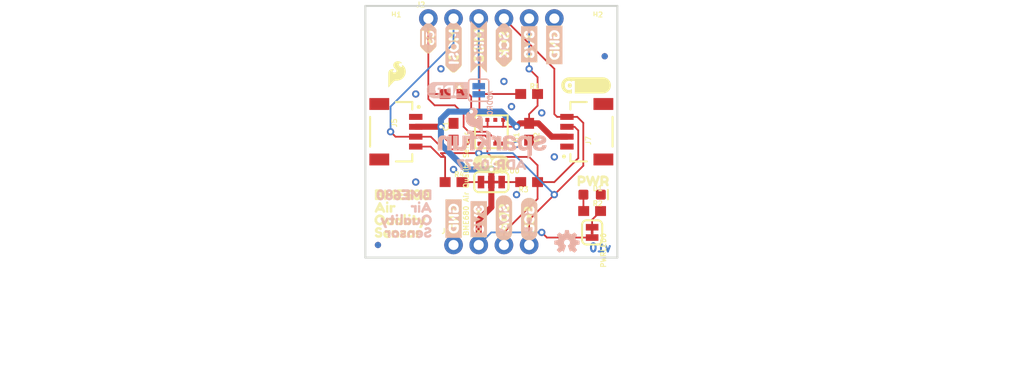
<source format=kicad_pcb>
(kicad_pcb (version 20211014) (generator pcbnew)
  (layers (0 "F.Cu" signal) (31 "B.Cu" signal) (34 "B.Paste" user) (35 "F.Paste" user) (36 "B.SilkS" user "B.Silkscreen") (37 "F.SilkS" user "F.Silkscreen") (38 "B.Mask" user) (39 "F.Mask" user) (44 "Edge.Cuts" user))
  (net 0 "")
  (net 1 "3.3V")
  (net 2 "GND")
  (net 3 "~{CS}")
  (net 4 "SDI/SDA")
  (net 5 "SCK/SCL")
  (net 6 "N$4")
  (net 7 "N$5")
  (net 8 "SDO/ADR")
  (net 9 "N$3")
  (net 10 "N$1")
  (footprint "boardEagle:SCL_IO" (layer "F.Cu") (at 152.3111 116.0526 90)
    (fp_text reference "U$20" hide)
    (fp_text value "" hide)
  )
  (footprint "boardEagle:STAND-OFF-TIGHT" (layer "F.Cu") (at 158.6611 94.8436)
    (fp_text reference "H2" (at 0 -1.651) (layer "F.SilkS") (effects (font (size 0.512064 0.512064) (thickness 0.097536)) (justify left)))
    (fp_text value "STAND-OFFTIGHT")
    (pad "" np_thru_hole circle (at 0 0) (size 3.048 3.048) (drill 3.048) (layers *.Cu *.Mask))
  )
  (footprint "boardEagle:0603@1" (layer "F.Cu") (at 152.3111 101.1936)
    (fp_text reference "R1" (at 0 -0.762) (layer "F.SilkS") (effects (font (size 0.512064 0.512064) (thickness 0.097536)) (justify left)))
    (fp_text value "4.7k")
    (pad "1" smd rect (at -0.85 0) (size 1.1 1) (layers "F.Cu" "F.Paste" "F.Mask") (net 8 "SDO/ADR"))
    (pad "2" smd rect (at 0.85 0) (size 1.1 1) (layers "F.Cu" "F.Paste" "F.Mask") (net 1 "3.3V"))
  )
  (footprint "boardEagle:SENSOR3" (layer "F.Cu") (at 135.8011 115.1636)
    (fp_text reference "U$25" hide)
    (fp_text value "" hide)
  )
  (footprint "boardEagle:LGA3.0X3.0" (layer "F.Cu") (at 148.5011 105.0036 -90)
    (fp_text reference "U1" (at 0 -2.54 90) (layer "F.SilkS") (effects (font (size 0.512064 0.512064) (thickness 0.097536)) (justify right)))
    (fp_text value "BME680 Air Quality Sensor" (at 0 2.54 90) (layer "F.SilkS") (effects (font (size 0.512064 0.512064) (thickness 0.097536)) (justify right)))
    (pad "1" smd rect (at 1.2 -1.2 270) (size 0.4 0.4) (layers "F.Cu" "F.Paste" "F.Mask") (net 2 "GND"))
    (pad "2" smd rect (at 1.2 -0.4 270) (size 0.4 0.4) (layers "F.Cu" "F.Paste" "F.Mask") (net 3 "~{CS}"))
    (pad "3" smd rect (at 1.2 0.4 270) (size 0.4 0.4) (layers "F.Cu" "F.Paste" "F.Mask") (net 4 "SDI/SDA"))
    (pad "4" smd rect (at 1.2 1.2 270) (size 0.4 0.4) (layers "F.Cu" "F.Paste" "F.Mask") (net 5 "SCK/SCL"))
    (pad "5" smd rect (at -1.2 1.2 270) (size 0.4 0.4) (layers "F.Cu" "F.Paste" "F.Mask") (net 8 "SDO/ADR"))
    (pad "6" smd rect (at -1.2 0.4 270) (size 0.4 0.4) (layers "F.Cu" "F.Paste" "F.Mask") (net 1 "3.3V"))
    (pad "7" smd rect (at -1.2 -0.4 270) (size 0.4 0.4) (layers "F.Cu" "F.Paste" "F.Mask") (net 2 "GND"))
    (pad "8" smd rect (at -1.2 -1.2 270) (size 0.4 0.4) (layers "F.Cu" "F.Paste" "F.Mask") (net 1 "3.3V"))
  )
  (footprint "boardEagle:MISO_O" (layer "F.Cu") (at 147.2311 99.1616 90)
    (fp_text reference "U$1" hide)
    (fp_text value "" hide)
  )
  (footprint "boardEagle:AIR1" (layer "F.Cu") (at 135.8011 112.6236)
    (fp_text reference "U$23" hide)
    (fp_text value "" hide)
  )
  (footprint "boardEagle:PWR_TO" (layer "F.Cu") (at 156.2481 109.9566)
    (fp_text reference "U$34" hide)
    (fp_text value "" hide)
  )
  (footprint "boardEagle:SDA_IO" (layer "F.Cu") (at 149.7711 116.0526 90)
    (fp_text reference "U$18" hide)
    (fp_text value "" hide)
  )
  (footprint "boardEagle:FIDUCIAL-MICRO" (layer "F.Cu") (at 159.9311 97.3836)
    (fp_text reference "FD1" hide)
    (fp_text value "FIDUCIALUFIDUCIAL" hide)
    (pad "1" smd roundrect (at 0 0) (size 0.635 0.635) (layers "F.Cu" "F.Mask") (roundrect_rratio 0.5))
  )
  (footprint "boardEagle:FIDUCIAL-MICRO" (layer "F.Cu") (at 137.0711 116.4336)
    (fp_text reference "FD4" hide)
    (fp_text value "FIDUCIALUFIDUCIAL" hide)
    (pad "1" smd roundrect (at 0 0) (size 0.635 0.635) (layers "F.Cu" "F.Mask") (roundrect_rratio 0.5))
  )
  (footprint "boardEagle:0603" (layer "F.Cu") (at 158.6611 113.0046)
    (fp_text reference "R2" (at 0 -0.762) (layer "F.SilkS") (effects (font (size 0.512064 0.512064) (thickness 0.097536)) (justify left)))
    (fp_text value "1k")
    (pad "1" smd rect (at -0.85 0) (size 1.1 1) (layers "F.Cu" "F.Paste" "F.Mask") (net 9 "N$3"))
    (pad "2" smd rect (at 0.85 0) (size 1.1 1) (layers "F.Cu" "F.Paste" "F.Mask") (net 10 "N$1"))
  )
  (footprint "boardEagle:!CS_I" (layer "F.Cu") (at 142.1511 97.3836 90)
    (fp_text reference "U$3" hide)
    (fp_text value "" hide)
  )
  (footprint "boardEagle:3V3_P" (layer "F.Cu") (at 147.2311 116.1796 90)
    (fp_text reference "U$16" hide)
    (fp_text value "" hide)
  )
  (footprint "boardEagle:SMT-JUMPER_2_NC_TRACE_SILK" (layer "F.Cu") (at 158.6611 115.1636 -90)
    (fp_text reference "PWRLED0" (at 0 -1.143 90) (layer "F.SilkS") (effects (font (size 0.512064 0.512064) (thickness 0.097536)) (justify right)))
    (fp_text value "JUMPER-SMT_2_NC_TRACE_SILK")
    (fp_poly (pts (xy 0.1905 0.13335) (xy -0.70485 0.13335) (xy -0.70485 -0.13335) (xy 0.1905 -0.13335)) (layer "F.Cu") (width 0) (fill solid))
    (pad "1" smd rect (at -0.5207 0 270) (size 0.6604 1.27) (layers "F.Cu" "F.Mask") (net 10 "N$1"))
    (pad "2" smd rect (at 0.5207 0 270) (size 0.6604 1.27) (layers "F.Cu" "F.Mask") (net 1 "3.3V"))
  )
  (footprint "boardEagle:0603@1" (layer "F.Cu") (at 144.6911 101.1936)
    (fp_text reference "R5" (at 0 -0.762) (layer "F.SilkS") (effects (font (size 0.512064 0.512064) (thickness 0.097536)) (justify left)))
    (fp_text value "4.7k")
    (pad "1" smd rect (at -0.85 0) (size 1.1 1) (layers "F.Cu" "F.Paste" "F.Mask") (net 3 "~{CS}"))
    (pad "2" smd rect (at 0.85 0) (size 1.1 1) (layers "F.Cu" "F.Paste" "F.Mask") (net 1 "3.3V"))
  )
  (footprint "boardEagle:SFE_LOGO_FLAME_.1" (layer "F.Cu") (at 138.9761 99.1616)
    (fp_text reference "LOGO4" hide)
    (fp_text value "SFE_LOGO_FLAME.1_INCH" hide)
  )
  (footprint "boardEagle:CREATIVE_COMMONS" (layer "F.Cu") (at 119.2911 127.8636)
    (fp_text reference "FRAME1" hide)
    (fp_text value "FRAME-LETTER" hide)
  )
  (footprint "boardEagle:3V3_P" (layer "F.Cu") (at 152.3111 98.5266 90)
    (fp_text reference "U$9" hide)
    (fp_text value "" hide)
  )
  (footprint "boardEagle:GND_P" (layer "F.Cu") (at 154.8511 98.6536 90)
    (fp_text reference "U$11" hide)
    (fp_text value "" hide)
  )
  (footprint "boardEagle:0603@1" (layer "F.Cu") (at 152.3111 110.0836 180)
    (fp_text reference "R3" (at 0 -0.762) (layer "F.SilkS") (effects (font (size 0.512064 0.512064) (thickness 0.097536)) (justify right)))
    (fp_text value "4.7k")
    (pad "1" smd rect (at -0.85 0 180) (size 1.1 1) (layers "F.Cu" "F.Paste" "F.Mask") (net 4 "SDI/SDA"))
    (pad "2" smd rect (at 0.85 0 180) (size 1.1 1) (layers "F.Cu" "F.Paste" "F.Mask") (net 6 "N$4"))
  )
  (footprint "boardEagle:QUALITY2" (layer "F.Cu") (at 135.8011 113.8936)
    (fp_text reference "U$24" hide)
    (fp_text value "" hide)
  )
  (footprint "boardEagle:STAND-OFF-TIGHT" (layer "F.Cu") (at 138.3411 94.8436)
    (fp_text reference "H1" (at 0 -1.651) (layer "F.SilkS") (effects (font (size 0.512064 0.512064) (thickness 0.097536)) (justify left)))
    (fp_text value "STAND-OFFTIGHT")
    (pad "" np_thru_hole circle (at 0 0) (size 3.048 3.048) (drill 3.048) (layers *.Cu *.Mask))
  )
  (footprint "boardEagle:0603" (layer "F.Cu") (at 152.3111 105.0036 -90)
    (fp_text reference "C2" (at 0 -0.762 90) (layer "F.SilkS") (effects (font (size 0.512064 0.512064) (thickness 0.097536)) (justify right)))
    (fp_text value "0.1uF")
    (pad "1" smd rect (at -0.85 0 270) (size 1.1 1) (layers "F.Cu" "F.Paste" "F.Mask") (net 1 "3.3V"))
    (pad "2" smd rect (at 0.85 0 270) (size 1.1 1) (layers "F.Cu" "F.Paste" "F.Mask") (net 2 "GND"))
  )
  (footprint "boardEagle:0603" (layer "F.Cu") (at 144.6911 105.0036 90)
    (fp_text reference "C1" (at 0 -0.762 90) (layer "F.SilkS") (effects (font (size 0.512064 0.512064) (thickness 0.097536)) (justify left)))
    (fp_text value "0.1uF")
    (pad "1" smd rect (at -0.85 0 90) (size 1.1 1) (layers "F.Cu" "F.Paste" "F.Mask") (net 1 "3.3V"))
    (pad "2" smd rect (at 0.85 0 90) (size 1.1 1) (layers "F.Cu" "F.Paste" "F.Mask") (net 2 "GND"))
  )
  (footprint "boardEagle:1X06_NO_SILK" (layer "F.Cu") (at 142.1511 93.5736)
    (fp_text reference "J2" (at -1.27 -1.397) (layer "F.SilkS") (effects (font (size 0.512064 0.512064) (thickness 0.097536)) (justify left)))
    (fp_text value "SPI")
    (pad "1" thru_hole circle (at 0 0 90) (size 1.8796 1.8796) (drill 1.016) (layers *.Cu *.Mask) (net 3 "~{CS}"))
    (pad "2" thru_hole circle (at 2.54 0 90) (size 1.8796 1.8796) (drill 1.016) (layers *.Cu *.Mask) (net 4 "SDI/SDA"))
    (pad "3" thru_hole circle (at 5.08 0 90) (size 1.8796 1.8796) (drill 1.016) (layers *.Cu *.Mask) (net 8 "SDO/ADR"))
    (pad "4" thru_hole circle (at 7.62 0 90) (size 1.8796 1.8796) (drill 1.016) (layers *.Cu *.Mask) (net 5 "SCK/SCL"))
    (pad "5" thru_hole circle (at 10.16 0 90) (size 1.8796 1.8796) (drill 1.016) (layers *.Cu *.Mask) (net 1 "3.3V"))
    (pad "6" thru_hole circle (at 12.7 0 90) (size 1.8796 1.8796) (drill 1.016) (layers *.Cu *.Mask) (net 2 "GND"))
  )
  (footprint "boardEagle:MOSI_I" (layer "F.Cu") (at 144.6911 99.1616 90)
    (fp_text reference "U$5" hide)
    (fp_text value "" hide)
  )
  (footprint "boardEagle:QWIIC_5MM" (layer "F.Cu") (at 158.0261 100.3046)
    (fp_text reference "U$32" hide)
    (fp_text value "" hide)
  )
  (footprint "boardEagle:REVISION" (layer "F.Cu") (at 130.7211 130.4036)
    (fp_text reference "LOGO3" hide)
    (fp_text value "REVISION" hide)
  )
  (footprint "boardEagle:JST04_1MM_RA" (layer "F.Cu") (at 140.8811 105.0036 -90)
    (fp_text reference "J5" (at -1.397 2.159 90) (layer "F.SilkS") (effects (font (size 0.512064 0.512064) (thickness 0.097536)) (justify right)))
    (fp_text value "QWIIC")
    (pad "1" smd rect (at -1.5 0 270) (size 0.6 1.35) (layers "F.Cu" "F.Paste" "F.Mask") (net 2 "GND"))
    (pad "2" smd rect (at -0.5 0 270) (size 0.6 1.35) (layers "F.Cu" "F.Paste" "F.Mask") (net 1 "3.3V"))
    (pad "3" smd rect (at 0.5 0 270) (size 0.6 1.35) (layers "F.Cu" "F.Paste" "F.Mask") (net 4 "SDI/SDA"))
    (pad "4" smd rect (at 1.5 0 270) (size 0.6 1.35) (layers "F.Cu" "F.Paste" "F.Mask") (net 5 "SCK/SCL"))
    (pad "NC1" smd rect (at 2.8 3.675 270) (size 1.2 2) (layers "F.Cu" "F.Paste" "F.Mask"))
    (pad "NC2" smd rect (at -2.8 3.675 270) (size 1.2 2) (layers "F.Cu" "F.Paste" "F.Mask"))
  )
  (footprint "boardEagle:SCK_I" (layer "F.Cu") (at 149.7711 98.5266 90)
    (fp_text reference "U$7" hide)
    (fp_text value "" hide)
  )
  (footprint "boardEagle:SMT-JUMPER_3_2-NC_TRACE_SILK" (layer "F.Cu") (at 148.5011 110.0836)
    (fp_text reference "I2CPU0" (at 0 -1.143) (layer "F.SilkS") (effects (font (size 0.512064 0.512064) (thickness 0.097536)) (justify left)))
    (fp_text value "I2C PU")
    (fp_poly (pts (xy 0.7112 0.13335) (xy -0.7112 0.13335) (xy -0.7112 -0.13335) (xy 0.7112 -0.13335)) (layer "F.Cu") (width 0) (fill solid))
    (pad "1" smd rect (at -1.0414 0) (size 0.6604 1.27) (layers "F.Cu" "F.Mask") (net 7 "N$5"))
    (pad "2" smd rect (at 0 0) (size 0.6604 1.27) (layers "F.Cu" "F.Mask") (net 1 "3.3V"))
    (pad "3" smd rect (at 1.0414 0) (size 0.6604 1.27) (layers "F.Cu" "F.Mask") (net 6 "N$4"))
  )
  (footprint "boardEagle:JST04_1MM_RA" (layer "F.Cu") (at 156.1211 105.0036 90)
    (fp_text reference "J7" (at -1.397 2.159 90) (layer "F.SilkS") (effects (font (size 0.512064 0.512064) (thickness 0.097536)) (justify left)))
    (fp_text value "QWIIC")
    (pad "1" smd rect (at -1.5 0 90) (size 0.6 1.35) (layers "F.Cu" "F.Paste" "F.Mask") (net 2 "GND"))
    (pad "2" smd rect (at -0.5 0 90) (size 0.6 1.35) (layers "F.Cu" "F.Paste" "F.Mask") (net 1 "3.3V"))
    (pad "3" smd rect (at 0.5 0 90) (size 0.6 1.35) (layers "F.Cu" "F.Paste" "F.Mask") (net 4 "SDI/SDA"))
    (pad "4" smd rect (at 1.5 0 90) (size 0.6 1.35) (layers "F.Cu" "F.Paste" "F.Mask") (net 5 "SCK/SCL"))
    (pad "NC1" smd rect (at 2.8 3.675 90) (size 1.2 2) (layers "F.Cu" "F.Paste" "F.Mask"))
    (pad "NC2" smd rect (at -2.8 3.675 90) (size 1.2 2) (layers "F.Cu" "F.Paste" "F.Mask"))
  )
  (footprint "boardEagle:0603@1" (layer "F.Cu") (at 144.6911 110.0836)
    (fp_text reference "R4" (at 0 -0.762) (layer "F.SilkS") (effects (font (size 0.512064 0.512064) (thickness 0.097536)) (justify left)))
    (fp_text value "4.7k")
    (pad "1" smd rect (at -0.85 0) (size 1.1 1) (layers "F.Cu" "F.Paste" "F.Mask") (net 5 "SCK/SCL"))
    (pad "2" smd rect (at 0.85 0) (size 1.1 1) (layers "F.Cu" "F.Paste" "F.Mask") (net 7 "N$5"))
  )
  (footprint "boardEagle:BME6800" (layer "F.Cu") (at 135.8011 111.3536)
    (fp_text reference "U$22" hide)
    (fp_text value "" hide)
  )
  (footprint "boardEagle:1X04_NO_SILK" (layer "F.Cu") (at 144.6911 116.4336)
    (fp_text reference "J1" (at -1.27 -1.397) (layer "F.SilkS") (effects (font (size 0.512064 0.512064) (thickness 0.097536)) (justify left)))
    (fp_text value "I2C")
    (pad "1" thru_hole circle (at 0 0 90) (size 1.8796 1.8796) (drill 1.016) (layers *.Cu *.Mask) (net 2 "GND"))
    (pad "2" thru_hole circle (at 2.54 0 90) (size 1.8796 1.8796) (drill 1.016) (layers *.Cu *.Mask) (net 1 "3.3V"))
    (pad "3" thru_hole circle (at 5.08 0 90) (size 1.8796 1.8796) (drill 1.016) (layers *.Cu *.Mask) (net 4 "SDI/SDA"))
    (pad "4" thru_hole circle (at 7.62 0 90) (size 1.8796 1.8796) (drill 1.016) (layers *.Cu *.Mask) (net 5 "SCK/SCL"))
  )
  (footprint "boardEagle:I2C" (layer "F.Cu") (at 146.5961 108.1786)
    (fp_text reference "U$15" hide)
    (fp_text value "" hide)
  )
  (footprint "boardEagle:LED-0603" (layer "F.Cu") (at 158.6611 111.3536)
    (fp_text reference "D1" (at 0 -0.635) (layer "F.SilkS") (effects (font (size 0.512064 0.512064) (thickness 0.097536)) (justify left)))
    (fp_text value "RED")
    (pad "A" smd roundrect (at -0.877 0 270) (size 1 1) (layers "F.Cu" "F.Paste" "F.Mask") (roundrect_rratio 0.15) (net 9 "N$3"))
    (pad "C" smd roundrect (at 0.877 0 270) (size 1 1) (layers "F.Cu" "F.Paste" "F.Mask") (roundrect_rratio 0.15) (net 2 "GND"))
  )
  (footprint "boardEagle:GND_P" (layer "F.Cu") (at 144.6911 116.1796 90)
    (fp_text reference "U$14" hide)
    (fp_text value "" hide)
  )
  (footprint "boardEagle:!CS_I" (layer "B.Cu") (at 142.1511 93.7006 -90)
    (fp_text reference "U$4" hide)
    (fp_text value "" hide)
  )
  (footprint "boardEagle:GND_P" (layer "B.Cu") (at 154.8511 93.8276 -90)
    (fp_text reference "U$12" hide)
    (fp_text value "" hide)
  )
  (footprint "boardEagle:ADR#_0X770" (layer "B.Cu") (at 152.9461 108.3056 180)
    (fp_text reference "U$33" hide)
    (fp_text value "" hide)
  )
  (footprint "boardEagle:MOSI_I" (layer "B.Cu") (at 144.6911 93.7006 -90)
    (fp_text reference "U$6" hide)
    (fp_text value "" hide)
  )
  (footprint "boardEagle:QUALITY2" (layer "B.Cu") (at 143.4211 113.8936 180)
    (fp_text reference "U$28" hide)
    (fp_text value "" hide)
  )
  (footprint "boardEagle:MISO_O" (layer "B.Cu") (at 147.2311 93.7006 -90)
    (fp_text reference "U$2" hide)
    (fp_text value "" hide)
  )
  (footprint "boardEagle:AIR1" (layer "B.Cu") (at 143.4211 112.6236 180)
    (fp_text reference "U$27" hide)
    (fp_text value "" hide)
  )
  (footprint "boardEagle:SCL_IO" (layer "B.Cu") (at 152.3111 111.6076 -90)
    (fp_text reference "U$21" hide)
    (fp_text value "" hide)
  )
  (footprint "boardEagle:SMT-JUMPER_2_NO_SILK" (layer "B.Cu") (at 147.2311 100.8126 90)
    (fp_text reference "ADDR0" (at 0 1.143 90) (layer "B.SilkS") (effects (font (size 0.512064 0.512064) (thickness 0.097536)) (justify left mirror)))
    (fp_text value "JUMPER-SMT_2_NO_SILK")
    (pad "1" smd rect (at -0.4064 0 90) (size 0.635 1.27) (layers "B.Cu" "B.Mask") (net 2 "GND"))
    (pad "2" smd rect (at 0.4064 0 90) (size 0.635 1.27) (layers "B.Cu" "B.Mask") (net 8 "SDO/ADR"))
  )
  (footprint "boardEagle:FIDUCIAL-MICRO" (layer "B.Cu") (at 159.9311 97.3836 180)
    (fp_text reference "FD2" hide)
    (fp_text value "FIDUCIALUFIDUCIAL" hide)
    (pad "1" smd roundrect (at 0 0 180) (size 0.635 0.635) (layers "B.Cu" "B.Mask") (roundrect_rratio 0.5))
  )
  (footprint "boardEagle:BME6800" (layer "B.Cu") (at 143.4211 111.3536 180)
    (fp_text reference "U$26" hide)
    (fp_text value "" hide)
  )
  (footprint "boardEagle:ADR4" (layer "B.Cu") (at 146.7231 100.8126 180)
    (fp_text reference "U$30" hide)
    (fp_text value "" hide)
  )
  (footprint "boardEagle:SDA_IO" (layer "B.Cu") (at 149.7711 111.3536 -90)
    (fp_text reference "U$19" hide)
    (fp_text value "" hide)
  )
  (footprint "boardEagle:3V3_P" (layer "B.Cu") (at 147.2311 111.4806 -90)
    (fp_text reference "U$17" hide)
    (fp_text value "" hide)
  )
  (footprint "boardEagle:SENSOR3" (layer "B.Cu") (at 143.4211 115.1636 180)
    (fp_text reference "U$29" hide)
    (fp_text value "" hide)
  )
  (footprint "boardEagle:3V3_P" (layer "B.Cu") (at 152.3111 93.8276 -90)
    (fp_text reference "U$10" hide)
    (fp_text value "" hide)
  )
  (footprint "boardEagle:FIDUCIAL-MICRO" (layer "B.Cu") (at 137.0711 116.4336 180)
    (fp_text reference "FD3" hide)
    (fp_text value "FIDUCIALUFIDUCIAL" hide)
    (pad "1" smd roundrect (at 0 0 180) (size 0.635 0.635) (layers "B.Cu" "B.Mask") (roundrect_rratio 0.5))
  )
  (footprint "boardEagle:OSHW-LOGO-MINI" (layer "B.Cu") (at 156.1211 116.1796 180)
    (fp_text reference "LOGO1" hide)
    (fp_text value "OSHW-LOGOMINI" hide)
  )
  (footprint "boardEagle:GND_P" (layer "B.Cu") (at 144.6911 111.3536 -90)
    (fp_text reference "U$13" hide)
    (fp_text value "" hide)
  )
  (footprint "boardEagle:SCK_I" (layer "B.Cu") (at 149.7711 93.9546 -90)
    (fp_text reference "U$8" hide)
    (fp_text value "" hide)
  )
  (footprint "boardEagle:SFE_LOGO_NAME_FLAME_.1" (layer "B.Cu") (at 148.5011 106.2736 180)
    (fp_text reference "LOGO2" hide)
    (fp_text value "SFE_LOGO_NAME_FLAME.1_INCH" hide)
  )
  (gr_line (start 161.2011 117.7036) (end 161.2011 92.3036) (layer "Edge.Cuts") (width 0.2032))
  (gr_line (start 161.2011 92.3036) (end 135.8011 92.3036) (layer "Edge.Cuts") (width 0.2032))
  (gr_line (start 135.8011 92.3036) (end 135.8011 117.7036) (layer "Edge.Cuts") (width 0.2032))
  (gr_line (start 135.8011 117.7036) (end 161.2011 117.7036) (layer "Edge.Cuts") (width 0.2032))
  (gr_text "v10" (at 160.6931 117.1956) (layer "B.Cu") (effects (font (size 0.8128 0.8128) (thickness 0.2032)) (justify left bottom mirror)))
  (segment (start 148.1201 103.8226) (end 148.1201 104.4956) (width 0.1778) (layer "F.Cu") (net 1))
  (segment (start 146.4691 101.4476) (end 146.4691 102.9716) (width 0.1778) (layer "F.Cu") (net 1))
  (segment (start 153.1611 101.1936) (end 153.1611 99.5036) (width 0.1778) (layer "F.Cu") (net 1))
  (segment (start 148.5011 110.0836) (end 148.5011 108.8136) (width 0.6096) (layer "F.Cu") (net 1))
  (segment (start 140.8891 104.4956) (end 140.8811 104.5036) (width 0.1778) (layer "F.Cu") (net 1))
  (segment (start 145.5411 101.1936) (end 146.2151 101.1936) (width 0.1778) (layer "F.Cu") (net 1))
  (segment (start 152.3111 104.1536) (end 153.2391 104.1536) (width 0.6096) (layer "F.Cu") (net 1))
  (segment (start 143.4211 105.2576) (end 144.0171 105.8536) (width 0.1778) (layer "F.Cu") (net 1))
  (segment (start 148.1011 103.8036) (end 148.1201 103.8226) (width 0.1778) (layer "F.Cu") (net 1))
  (segment (start 156.1211 105.5036) (end 154.5891 105.5036) (width 0.6096) (layer "F.Cu") (net 1))
  (segment (start 154.5891 105.5036) (end 153.2391 104.1536) (width 0.6096) (layer "F.Cu") (net 1))
  (segment (start 147.2311 113.8936) (end 147.2311 116.4336) (width 0.6096) (layer "F.Cu") (net 1))
  (segment (start 153.1611 99.5036) (end 152.3111 98.6536) (width 0.1778) (layer "F.Cu") (net 1))
  (segment (start 143.4211 104.4956) (end 140.8891 104.4956) (width 0.6096) (layer "F.Cu") (net 1))
  (segment (start 151.3831 104.1536) (end 152.3111 104.1536) (width 0.6096) (layer "F.Cu") (net 1))
  (segment (start 158.6611 115.6843) (end 154.1018 115.6843) (width 0.1778) (layer "F.Cu") (net 1))
  (segment (start 148.5011 110.0836) (end 148.5011 112.6236) (width 0.6096) (layer "F.Cu") (net 1))
  (segment (start 148.5011 112.6236) (end 147.2311 113.8936) (width 0.6096) (layer "F.Cu") (net 1))
  (segment (start 151.3831 104.1536) (end 151.0411 104.4956) (width 0.6096) (layer "F.Cu") (net 1))
  (segment (start 152.3111 103.2256) (end 153.1611 102.3756) (width 0.1778) (layer "F.Cu") (net 1))
  (segment (start 148.1201 104.4956) (end 149.6441 104.4956) (width 0.1778) (layer "F.Cu") (net 1))
  (segment (start 149.7011 104.4386) (end 149.6441 104.4956) (width 0.1778) (layer "F.Cu") (net 1))
  (segment (start 151.0411 104.4956) (end 149.6441 104.4956) (width 0.1778) (layer "F.Cu") (net 1))
  (segment (start 146.4691 104.1146) (end 146.4691 102.9716) (width 0.1778) (layer "F.Cu") (net 1))
  (segment (start 146.4691 101.4476) (end 146.2151 101.1936) (width 0.1778) (layer "F.Cu") (net 1))
  (segment (start 143.4211 105.2576) (end 143.4211 104.4956) (width 0.1778) (layer "F.Cu") (net 1))
  (segment (start 146.8501 104.4956) (end 148.1201 104.4956) (width 0.1778) (layer "F.Cu") (net 1))
  (segment (start 149.7011 103.8036) (end 149.7011 104.4386) (width 0.1778) (layer "F.Cu") (net 1))
  (segment (start 144.0171 105.8536) (end 144.6911 105.8536) (width 0.1778) (layer "F.Cu") (net 1))
  (segment (start 152.3111 104.1536) (end 152.3111 103.2256) (width 0.1778) (layer "F.Cu") (net 1))
  (segment (start 154.1018 115.6843) (end 153.5811 115.1636) (width 0.1778) (layer "F.Cu") (net 1))
  (segment (start 153.1611 101.1936) (end 153.1611 102.3756) (width 0.1778) (layer "F.Cu") (net 1))
  (segment (start 146.8501 104.4956) (end 146.4691 104.1146) (width 0.1778) (layer "F.Cu") (net 1))
  (via (at 146.4691 102.9716) (size 0.7366) (drill 0.381) (layers "F.Cu" "B.Cu") (net 1))
  (via (at 148.5011 108.8136) (size 0.7366) (drill 0.381) (layers "F.Cu" "B.Cu") (net 1))
  (via (at 151.0411 104.4956) (size 0.7366) (drill 0.381) (layers "F.Cu" "B.Cu") (net 1))
  (via (at 153.5811 115.1636) (size 0.7366) (drill 0.381) (layers "F.Cu" "B.Cu") (net 1))
  (via (at 152.3111 98.6536) (size 0.7366) (drill 0.381) (layers "F.Cu" "B.Cu") (net 1))
  (via (at 143.4211 104.4956) (size 0.7366) (drill 0.381) (layers "F.Cu" "B.Cu") (net 1))
  (segment (start 152.3111 93.5736) (end 152.3111 98.6536) (width 0.1778) (layer "B.Cu") (net 1))
  (segment (start 143.4211 106.2736) (end 145.9611 108.8136) (width 0.6096) (layer "B.Cu") (net 1))
  (segment (start 151.032068 104.4956) (end 149.508068 102.9716) (width 0.6096) (layer "B.Cu") (net 1))
  (segment (start 151.032068 104.4956) (end 151.0411 104.4956) (width 0.1778) (layer "B.Cu") (net 1))
  (segment (start 144.1831 102.9716) (end 143.4211 103.7336) (width 0.6096) (layer "B.Cu") (net 1))
  (segment (start 153.5811 115.1636) (end 148.5011 115.1636) (width 0.1778) (layer "B.Cu") (net 1))
  (segment (start 148.5011 108.8136) (end 145.9611 108.8136) (width 0.6096) (layer "B.Cu") (net 1))
  (segment (start 143.4211 104.4956) (end 143.4211 106.2736) (width 0.6096) (layer "B.Cu") (net 1))
  (segment (start 143.4211 103.7336) (end 143.4211 104.4956) (width 0.6096) (layer "B.Cu") (net 1))
  (segment (start 146.4691 102.9716) (end 144.1831 102.9716) (width 0.6096) (layer "B.Cu") (net 1))
  (segment (start 146.4691 102.9716) (end 149.508068 102.9716) (width 0.6096) (layer "B.Cu") (net 1))
  (segment (start 148.5011 115.1636) (end 147.2311 116.4336) (width 0.1778) (layer "B.Cu") (net 1))
  (via (at 143.4211 98.6536) (size 0.7366) (drill 0.381) (layers "F.Cu" "B.Cu") (net 2))
  (via (at 144.6911 108.8136) (size 0.7366) (drill 0.381) (layers "F.Cu" "B.Cu") (net 2))
  (via (at 151.0411 111.3536) (size 0.7366) (drill 0.381) (layers "F.Cu" "B.Cu") (net 2))
  (via (at 140.8811 110.0836) (size 0.7366) (drill 0.381) (layers "F.Cu" "B.Cu") (net 2))
  (via (at 154.8511 107.5436) (size 0.7366) (drill 0.381) (layers "F.Cu" "B.Cu") (net 2))
  (via (at 150.5331 102.4636) (size 0.7366) (drill 0.381) (layers "F.Cu" "B.Cu") (net 2))
  (via (at 140.8811 101.1936) (size 0.7366) (drill 0.381) (layers "F.Cu" "B.Cu") (net 2))
  (via (at 151.0411 106.2736) (size 0.7366) (drill 0.381) (layers "F.Cu" "B.Cu") (net 2))
  (via (at 153.5811 103.0986) (size 0.7366) (drill 0.381) (layers "F.Cu" "B.Cu") (net 2))
  (via (at 149.7711 99.9236) (size 0.7366) (drill 0.381) (layers "F.Cu" "B.Cu") (net 2))
  (segment (start 148.9011 106.2036) (end 148.9011 105.7846) (width 0.1778) (layer "F.Cu") (net 3))
  (segment (start 146.2151 105.0036) (end 145.7071 104.4956) (width 0.1778) (layer "F.Cu") (net 3))
  (segment (start 142.1511 101.1936) (end 142.1511 93.5736) (width 0.1778) (layer "F.Cu") (net 3))
  (segment (start 148.1201 105.0036) (end 146.2151 105.0036) (width 0.1778) (layer "F.Cu") (net 3))
  (segment (start 144.8181 102.3366) (end 142.7861 102.3366) (width 0.1778) (layer "F.Cu") (net 3))
  (segment (start 145.7071 103.2256) (end 144.8181 102.3366) (width 0.1778) (layer "F.Cu") (net 3))
  (segment (start 145.7071 104.4956) (end 145.7071 103.2256) (width 0.1778) (layer "F.Cu") (net 3))
  (segment (start 148.9011 105.7846) (end 148.1201 105.0036) (width 0.1778) (layer "F.Cu") (net 3))
  (segment (start 143.8411 101.1936) (end 142.1511 101.1936) (width 0.1778) (layer "F.Cu") (net 3))
  (segment (start 142.7861 102.3366) (end 142.1511 101.7016) (width 0.1778) (layer "F.Cu") (net 3))
  (segment (start 142.1511 101.7016) (end 142.1511 101.1936) (width 0.1778) (layer "F.Cu") (net 3))
  (segment (start 149.7711 115.1636) (end 149.7711 116.4336) (width 0.1778) (layer "F.Cu") (net 4))
  (segment (start 145.5801 106.7816) (end 146.2151 106.1466) (width 0.1778) (layer "F.Cu") (net 4))
  (segment (start 156.8911 104.5036) (end 157.2641 104.8766) (width 0.1778) (layer "F.Cu") (net 4))
  (segment (start 146.5961 105.3846) (end 146.2151 105.7656) (width 0.1778) (layer "F.Cu") (net 4))
  (segment (start 153.1611 110.0836) (end 153.1611 111.7736) (width 0.1778) (layer "F.Cu") (net 4))
  (segment (start 148.1011 106.2036) (end 148.1011 105.6196) (width 0.1778) (layer "F.Cu") (net 4))
  (segment (start 154.8511 110.0836) (end 153.1611 110.0836) (width 0.1778) (layer "F.Cu") (net 4))
  (segment (start 138.8411 105.5036) (end 138.3411 105.0036) (width 0.1778) (layer "F.Cu") (net 4))
  (segment (start 148.1011 105.6196) (end 147.8661 105.3846) (width 0.1778) (layer "F.Cu") (net 4))
  (segment (start 156.1211 104.5036) (end 156.8911 104.5036) (width 0.1778) (layer "F.Cu") (net 4))
  (segment (start 153.1611 110.0836) (end 153.1611 108.3936) (width 0.1778) (layer "F.Cu") (net 4))
  (segment (start 153.1611 111.7736) (end 149.7711 115.1636) (width 0.1778) (layer "F.Cu") (net 4))
  (segment (start 152.3111 107.5436) (end 148.5011 107.5436) (width 0.1778) (layer "F.Cu") (net 4))
  (segment (start 148.1011 107.1436) (end 148.1011 106.2036) (width 0.1778) (layer "F.Cu") (net 4))
  (segment (start 147.8661 105.3846) (end 146.5961 105.3846) (width 0.1778) (layer "F.Cu") (net 4))
  (segment (start 140.8811 105.5036) (end 138.8411 105.5036) (width 0.1778) (layer "F.Cu") (net 4))
  (segment (start 146.2151 105.7656) (end 146.2151 106.1466) (width 0.1778) (layer "F.Cu") (net 4))
  (segment (start 142.3971 105.5036) (end 143.6751 106.7816) (width 0.1778) (layer "F.Cu") (net 4))
  (segment (start 143.6751 106.7816) (end 145.5801 106.7816) (width 0.1778) (layer "F.Cu") (net 4))
  (segment (start 153.1611 108.3936) (end 152.3111 107.5436) (width 0.1778) (layer "F.Cu") (net 4))
  (segment (start 157.2641 107.6706) (end 154.8511 110.0836) (width 0.1778) (layer "F.Cu") (net 4))
  (segment (start 157.2641 104.8766) (end 157.2641 107.6706) (width 0.1778) (layer "F.Cu") (net 4))
  (segment (start 148.5011 107.5436) (end 148.1011 107.1436) (width 0.1778) (layer "F.Cu") (net 4))
  (segment (start 140.8811 105.5036) (end 142.3971 105.5036) (width 0.1778) (layer "F.Cu") (net 4))
  (via (at 138.3411 105.0036) (size 0.7366) (drill 0.381) (layers "F.Cu" "B.Cu") (net 4))
  (segment (start 138.3411 102.4636) (end 138.3411 105.0036) (width 0.1778) (layer "B.Cu") (net 4))
  (segment (start 144.6911 96.1136) (end 138.3411 102.4636) (width 0.1778) (layer "B.Cu") (net 4))
  (segment (start 144.6911 93.5736) (end 144.6911 96.1136) (width 0.1778) (layer "B.Cu") (net 4))
  (segment (start 142.3811 106.5036) (end 143.4211 107.5436) (width 0.1778) (layer "F.Cu") (net 5))
  (segment (start 147.3011 106.2036) (end 147.3011 107.1626) (width 0.1778) (layer "F.Cu") (net 5))
  (segment (start 154.8511 111.3536) (end 152.3111 113.8936) (width 0.1778) (layer "F.Cu") (net 5))
  (segment (start 143.4211 107.5436) (end 143.8021 107.5436) (width 0.1778) (layer "F.Cu") (net 5))
  (segment (start 143.8411 107.5826) (end 143.8021 107.5436) (width 0.1778) (layer "F.Cu") (net 5))
  (segment (start 157.7721 104.1146) (end 157.7721 108.4326) (width 0.1778) (layer "F.Cu") (net 5))
  (segment (start 154.8511 103.2256) (end 154.8511 98.6536) (width 0.1778) (layer "F.Cu") (net 5))
  (segment (start 143.8411 110.0836) (end 143.8411 107.5826) (width 0.1778) (layer "F.Cu") (net 5))
  (segment (start 155.1291 103.5036) (end 154.8511 103.2256) (width 0.1778) (layer "F.Cu") (net 5))
  (segment (start 152.3111 113.8936) (end 152.3111 116.4336) (width 0.1778) (layer "F.Cu") (net 5))
  (segment (start 140.8811 106.5036) (end 142.3811 106.5036) (width 0.1778) (layer "F.Cu") (net 5))
  (segment (start 156.1211 103.5036) (end 155.1291 103.5036) (width 0.1778) (layer "F.Cu") (net 5))
  (segment (start 154.8511 98.6536) (end 149.7711 93.5736) (width 0.1778) (layer "F.Cu") (net 5))
  (segment (start 157.7721 108.4326) (end 154.8511 111.3536) (width 0.1778) (layer "F.Cu") (net 5))
  (segment (start 143.8021 107.5436) (end 143.4211 107.1626) (width 0.1778) (layer "F.Cu") (net 5))
  (segment (start 147.3011 107.1626) (end 147.2311 107.1626) (width 0.1778) (layer "F.Cu") (net 5))
  (segment (start 156.1211 103.5036) (end 157.1611 103.5036) (width 0.1778) (layer "F.Cu") (net 5))
  (segment (start 143.4211 107.1626) (end 147.2311 107.1626) (width 0.1778) (layer "F.Cu") (net 5))
  (segment (start 157.1611 103.5036) (end 157.7721 104.1146) (width 0.1778) (layer "F.Cu") (net 5))
  (via (at 147.2311 107.1626) (size 0.7366) (drill 0.381) (layers "F.Cu" "B.Cu") (net 5))
  (via (at 154.8511 111.3536) (size 0.7366) (drill 0.381) (layers "F.Cu" "B.Cu") (net 5))
  (segment (start 147.2311 107.1626) (end 150.6601 107.1626) (width 0.1778) (layer "B.Cu") (net 5))
  (segment (start 150.6601 107.1626) (end 154.8511 111.3536) (width 0.1778) (layer "B.Cu") (net 5))
  (segment (start 149.5425 110.0836) (end 151.4611 110.0836) (width 0.1778) (layer "F.Cu") (net 6))
  (segment (start 145.5411 110.0836) (end 147.4597 110.0836) (width 0.1778) (layer "F.Cu") (net 7))
  (segment (start 147.3011 97.4536) (end 147.2311 97.3836) (width 0.1778) (layer "F.Cu") (net 8))
  (segment (start 147.2311 93.5736) (end 147.2311 97.3836) (width 0.1778) (layer "F.Cu") (net 8))
  (segment (start 147.3011 101.1936) (end 147.3011 97.4536) (width 0.1778) (layer "F.Cu") (net 8))
  (segment (start 151.4611 101.1936) (end 147.3011 101.1936) (width 0.1778) (layer "F.Cu") (net 8))
  (segment (start 147.3011 103.8036) (end 147.3011 101.1936) (width 0.1778) (layer "F.Cu") (net 8))
  (segment (start 147.2311 100.4062) (end 147.2311 93.5736) (width 0.1778) (layer "B.Cu") (net 8))
  (segment (start 157.7841 112.9776) (end 157.8111 113.0046) (width 0.1778) (layer "F.Cu") (net 9))
  (segment (start 157.7841 111.3536) (end 157.7841 112.9776) (width 0.1778) (layer "F.Cu") (net 9))
  (segment (start 159.5111 113.0046) (end 159.5111 113.0309) (width 0.1778) (layer "F.Cu") (net 10))
  (segment (start 159.5111 113.0309) (end 158.6611 113.8809) (width 0.1778) (layer "F.Cu") (net 10))
  (segment (start 158.6611 113.8809) (end 158.6611 114.6429) (width 0.1778) (layer "F.Cu") (net 10))
)
</source>
